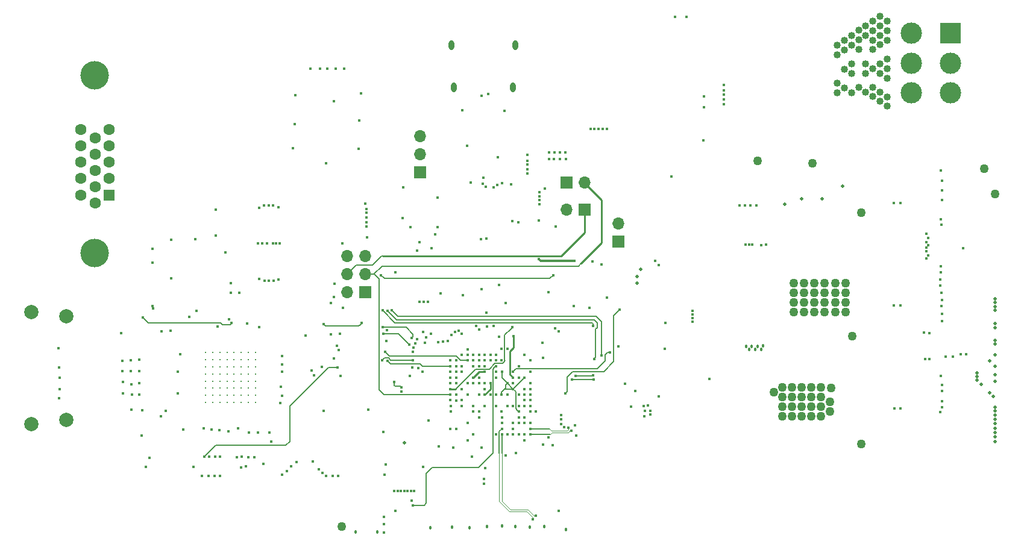
<source format=gbr>
G04 #@! TF.GenerationSoftware,KiCad,Pcbnew,(5.0.2)-1*
G04 #@! TF.CreationDate,2019-04-03T00:40:33-04:00*
G04 #@! TF.ProjectId,RASAC,52415341-432e-46b6-9963-61645f706362,rev?*
G04 #@! TF.SameCoordinates,Original*
G04 #@! TF.FileFunction,Copper,L3,Inr*
G04 #@! TF.FilePolarity,Positive*
%FSLAX46Y46*%
G04 Gerber Fmt 4.6, Leading zero omitted, Abs format (unit mm)*
G04 Created by KiCad (PCBNEW (5.0.2)-1) date 4/3/2019 12:40:33 AM*
%MOMM*%
%LPD*%
G01*
G04 APERTURE LIST*
G04 #@! TA.AperFunction,ViaPad*
%ADD10C,4.000000*%
G04 #@! TD*
G04 #@! TA.AperFunction,ViaPad*
%ADD11C,1.600000*%
G04 #@! TD*
G04 #@! TA.AperFunction,ViaPad*
%ADD12R,1.600000X1.600000*%
G04 #@! TD*
G04 #@! TA.AperFunction,ViaPad*
%ADD13O,0.800000X1.400000*%
G04 #@! TD*
G04 #@! TA.AperFunction,ViaPad*
%ADD14C,0.300000*%
G04 #@! TD*
G04 #@! TA.AperFunction,ViaPad*
%ADD15C,3.000000*%
G04 #@! TD*
G04 #@! TA.AperFunction,ViaPad*
%ADD16R,3.000000X3.000000*%
G04 #@! TD*
G04 #@! TA.AperFunction,ViaPad*
%ADD17O,1.700000X1.700000*%
G04 #@! TD*
G04 #@! TA.AperFunction,ViaPad*
%ADD18R,1.700000X1.700000*%
G04 #@! TD*
G04 #@! TA.AperFunction,ViaPad*
%ADD19C,2.000000*%
G04 #@! TD*
G04 #@! TA.AperFunction,ViaPad*
%ADD20C,0.450088*%
G04 #@! TD*
G04 #@! TA.AperFunction,ViaPad*
%ADD21C,1.270000*%
G04 #@! TD*
G04 #@! TA.AperFunction,ViaPad*
%ADD22C,0.508000*%
G04 #@! TD*
G04 #@! TA.AperFunction,ViaPad*
%ADD23C,0.457200*%
G04 #@! TD*
G04 #@! TA.AperFunction,ViaPad*
%ADD24C,1.016000*%
G04 #@! TD*
G04 #@! TA.AperFunction,Conductor*
%ADD25C,0.304800*%
G04 #@! TD*
G04 #@! TA.AperFunction,Conductor*
%ADD26C,0.254000*%
G04 #@! TD*
G04 #@! TA.AperFunction,Conductor*
%ADD27C,0.152400*%
G04 #@! TD*
G04 #@! TA.AperFunction,Conductor*
%ADD28C,0.101600*%
G04 #@! TD*
G04 #@! TA.AperFunction,Conductor*
%ADD29C,0.203200*%
G04 #@! TD*
G04 APERTURE END LIST*
D10*
G04 #@! TO.N,GND*
G04 #@! TO.C,J6*
X93448920Y-106444900D03*
X93448920Y-81444900D03*
D11*
G04 #@! TO.N,Net-(J6-Pad15)*
X91538920Y-89099900D03*
G04 #@! TO.N,Net-(J6-Pad14)*
X91538920Y-91389900D03*
G04 #@! TO.N,Net-(J6-Pad13)*
X91538920Y-93679900D03*
G04 #@! TO.N,Net-(J6-Pad12)*
X91538920Y-95969900D03*
G04 #@! TO.N,Net-(J6-Pad11)*
X91538920Y-98259900D03*
G04 #@! TO.N,GND*
X93518920Y-90244900D03*
G04 #@! TO.N,Net-(J6-Pad9)*
X93518920Y-92534900D03*
G04 #@! TO.N,GND*
X93518920Y-94824900D03*
X93518920Y-97114900D03*
X93518920Y-99404900D03*
X95498920Y-89099900D03*
G04 #@! TO.N,Net-(J6-Pad4)*
X95498920Y-91389900D03*
G04 #@! TO.N,Net-(J6-Pad3)*
X95498920Y-93679900D03*
G04 #@! TO.N,Net-(J6-Pad2)*
X95498920Y-95969900D03*
D12*
G04 #@! TO.N,Net-(J6-Pad1)*
X95498920Y-98259900D03*
G04 #@! TD*
D13*
G04 #@! TO.N,GND*
G04 #@! TO.C,J4*
X152564380Y-77210640D03*
X143584380Y-77210640D03*
X143944380Y-83160640D03*
X152204380Y-83160640D03*
G04 #@! TD*
D14*
G04 #@! TO.N,GND*
G04 #@! TO.C,J5*
X109052480Y-127429140D03*
X110052480Y-127429140D03*
X111052480Y-127429140D03*
X112052480Y-127429140D03*
X112052480Y-126429140D03*
X111052480Y-126429140D03*
X110052480Y-126429140D03*
X109052480Y-126429140D03*
X109052480Y-125429140D03*
X110052480Y-125429140D03*
X111052480Y-125429140D03*
X112052480Y-125429140D03*
X112052480Y-124429140D03*
X111052480Y-124429140D03*
X110052480Y-124429140D03*
X109052480Y-124429140D03*
X109052480Y-123429140D03*
X110052480Y-123429140D03*
X111052480Y-123429140D03*
X112052480Y-123429140D03*
X112052480Y-122429140D03*
X111052480Y-122429140D03*
X110052480Y-122429140D03*
X109052480Y-122429140D03*
X109052480Y-121429140D03*
X110052480Y-121429140D03*
X111052480Y-121429140D03*
X112052480Y-121429140D03*
X112052480Y-120429140D03*
X111052480Y-120429140D03*
X110052480Y-120429140D03*
X109052480Y-120429140D03*
X113052480Y-127429140D03*
X114052480Y-127429140D03*
X113052480Y-126429140D03*
X114052480Y-126429140D03*
X113052480Y-125429140D03*
X114052480Y-125429140D03*
X114052480Y-124429140D03*
X113052480Y-124429140D03*
X113052480Y-123429140D03*
X114052480Y-123429140D03*
X114052480Y-122429140D03*
X113052480Y-122429140D03*
X113052480Y-121429140D03*
X114052480Y-121429140D03*
X113052480Y-120429140D03*
X114052480Y-120429140D03*
X115052480Y-120429140D03*
X115052480Y-121429140D03*
X115052480Y-122429140D03*
X115052480Y-123429140D03*
X115052480Y-124429140D03*
X115052480Y-125429140D03*
X115052480Y-126429140D03*
X115052480Y-127429140D03*
X116052480Y-127429140D03*
X116052480Y-126429140D03*
X116052480Y-125429140D03*
X116052480Y-124429140D03*
X116052480Y-123429140D03*
X116052480Y-122429140D03*
X116052480Y-121429140D03*
X116052480Y-120429140D03*
G04 #@! TD*
D15*
G04 #@! TO.N,GND*
G04 #@! TO.C,J2*
X208152100Y-83919280D03*
G04 #@! TO.N,Net-(J2-Pad5)*
X208152100Y-79719280D03*
G04 #@! TO.N,GND*
X208152100Y-75519280D03*
G04 #@! TO.N,Net-(D1-Pad2)*
X213652100Y-83919280D03*
G04 #@! TO.N,Net-(J2-Pad2)*
X213652100Y-79719280D03*
D16*
G04 #@! TO.N,Net-(D1-Pad2)*
X213652100Y-75519280D03*
G04 #@! TD*
D17*
G04 #@! TO.N,GND*
G04 #@! TO.C,J3*
X128955800Y-106873040D03*
G04 #@! TO.N,VCC3V3*
X131495800Y-106873040D03*
G04 #@! TO.N,JTAG_TDO*
X128955800Y-109413040D03*
G04 #@! TO.N,JTAG_TDI*
X131495800Y-109413040D03*
G04 #@! TO.N,JTAG_TMS*
X128955800Y-111953040D03*
D18*
G04 #@! TO.N,JTAG_TCK*
X131495800Y-111953040D03*
G04 #@! TD*
D19*
G04 #@! TO.N,GND*
G04 #@! TO.C,J7*
X84594700Y-130460880D03*
X84594700Y-114760880D03*
X89494700Y-129860880D03*
X89494700Y-115360880D03*
G04 #@! TD*
D17*
G04 #@! TO.N,JTAG_TDI*
G04 #@! TO.C,J8*
X162308540Y-96545400D03*
D18*
G04 #@! TO.N,Net-(J8-Pad1)*
X159768540Y-96545400D03*
G04 #@! TD*
D17*
G04 #@! TO.N,Net-(J9-Pad2)*
G04 #@! TO.C,J9*
X159781240Y-100342700D03*
D18*
G04 #@! TO.N,JTAG_TDO*
X162321240Y-100342700D03*
G04 #@! TD*
D17*
G04 #@! TO.N,VCC5V0*
G04 #@! TO.C,J12*
X139158980Y-89966800D03*
G04 #@! TO.N,Net-(J12-Pad2)*
X139158980Y-92506800D03*
D18*
G04 #@! TO.N,USB_VBUS_1*
X139158980Y-95046800D03*
G04 #@! TD*
G04 #@! TO.N,EMCCLK*
G04 #@! TO.C,J14*
X167048180Y-104792780D03*
D17*
G04 #@! TO.N,Net-(J14-Pad2)*
X167048180Y-102252780D03*
G04 #@! TD*
D20*
G04 #@! TO.N,PCIe_CLK_P*
X153858648Y-129536390D03*
X148163280Y-138187176D03*
X158996873Y-129205686D03*
G04 #@! TO.N,PCIe_CLK_N*
X153858648Y-130336490D03*
X148163280Y-138815064D03*
X158996873Y-129833574D03*
D21*
G04 #@! TO.N,PCIe_12V*
X201168000Y-100774500D03*
X219951300Y-98105280D03*
X194284600Y-93802200D03*
X218435740Y-94589720D03*
X186588400Y-93446600D03*
D22*
X219951300Y-132892800D03*
X219951300Y-132280660D03*
X219951300Y-131658360D03*
X219951300Y-131036060D03*
X219951300Y-130395980D03*
X219951300Y-129811780D03*
X219951300Y-129209800D03*
X219951300Y-128605280D03*
X219951300Y-128117600D03*
X219673600Y-126555500D03*
X219198620Y-126080520D03*
X217420500Y-123302400D03*
X217420500Y-123302400D03*
X217420500Y-123302400D03*
X219951300Y-120771600D03*
X217420500Y-123302400D03*
X217420500Y-123302400D03*
X219951300Y-123512580D03*
X219951300Y-122359420D03*
X219951300Y-124485400D03*
X217420500Y-124302400D03*
X217420500Y-123784360D03*
X217987040Y-124868940D03*
X217987040Y-124868940D03*
X217987040Y-124868940D03*
X219951300Y-119253000D03*
X219155960Y-121566940D03*
X219951300Y-118704360D03*
X219951300Y-116908580D03*
X219951300Y-116329460D03*
X219951300Y-114477800D03*
X219951300Y-113954560D03*
X219951300Y-113398300D03*
X219951300Y-112842040D03*
D20*
X138371580Y-139852400D03*
X137906760Y-139852400D03*
X137441940Y-139852400D03*
X136972040Y-139852400D03*
X136507220Y-139852400D03*
X136039860Y-139852400D03*
X135575040Y-139852400D03*
D21*
X128153160Y-144895160D03*
D20*
G04 #@! TO.N,VCC3V3*
X143442108Y-124718010D03*
X143056028Y-118809970D03*
X154273967Y-95232348D03*
X154279047Y-94627828D03*
X154286667Y-94023308D03*
X154279047Y-93451808D03*
X154286667Y-92656788D03*
X131622800Y-100210620D03*
X131655820Y-102689660D03*
X141290040Y-103840280D03*
X145760440Y-91338400D03*
X155864560Y-101823520D03*
X155851860Y-107289600D03*
X147820380Y-111531400D03*
X144254220Y-122339100D03*
X143461740Y-127932180D03*
X144246600Y-126326900D03*
X153052780Y-123934220D03*
X153047700Y-126329440D03*
X105516680Y-120680480D03*
X105153460Y-123080780D03*
X110754160Y-116738400D03*
X116558060Y-116852700D03*
X104178100Y-110025180D03*
X105112820Y-126164340D03*
X108788200Y-131066540D03*
X126875540Y-137782300D03*
X112572800Y-110690660D03*
X112565180Y-112016540D03*
X148254720Y-120731280D03*
X150294340Y-118181120D03*
X145855108Y-119938800D03*
X127635000Y-137782300D03*
X131622800Y-102077520D03*
X131622800Y-101396800D03*
X131622800Y-100774500D03*
X138142980Y-120302020D03*
X160825180Y-107535980D03*
X162986720Y-114137440D03*
X172709840Y-108104940D03*
X172161200Y-107556300D03*
X125453140Y-137302240D03*
X124940060Y-136789160D03*
X125933200Y-137782300D03*
X168793160Y-128036320D03*
X152112753Y-101955600D03*
X152112753Y-101955600D03*
X153024840Y-102143560D03*
X105905300Y-131267200D03*
X113807240Y-112016540D03*
X163377880Y-107602020D03*
X125615700Y-128615440D03*
X111843820Y-106324400D03*
X107582300Y-104457500D03*
D21*
G04 #@! TO.N,MGTAVCC*
X199885300Y-118071900D03*
X201180700Y-133261100D03*
D20*
X154656008Y-130333950D03*
X151458348Y-126336290D03*
X151463428Y-127941370D03*
X149863328Y-127941270D03*
X148243008Y-127920950D03*
X146653168Y-127931110D03*
X145852968Y-126335990D03*
X147463328Y-124725630D03*
X146647688Y-124725630D03*
X184912000Y-105257600D03*
X185437780Y-105257600D03*
X185841640Y-105257600D03*
X187107700Y-105309800D03*
X187107700Y-105309800D03*
X187777120Y-105257600D03*
X152252680Y-124736860D03*
X177459640Y-116065300D03*
X177459640Y-115590320D03*
X177459640Y-115062000D03*
X177459640Y-114515900D03*
X148258352Y-125526800D03*
X157802580Y-133398260D03*
X161071754Y-132042094D03*
X169367200Y-125816360D03*
X146469100Y-135018780D03*
X179069780Y-85910420D03*
X179029360Y-84421980D03*
X179003200Y-90606120D03*
X176578260Y-73245980D03*
X174980600Y-73245980D03*
D23*
G04 #@! TO.N,VCC1V8*
X184950100Y-119570500D03*
X185381900Y-120012460D03*
X185790840Y-119537480D03*
X186253120Y-119999760D03*
X186618880Y-119517160D03*
X187076080Y-119946420D03*
X187325000Y-119458740D03*
D20*
X144254908Y-131134050D03*
X147452768Y-129533850D03*
X145052468Y-127931110D03*
X156444368Y-121136610D03*
X153061088Y-122327870D03*
X154656208Y-123133050D03*
X150650628Y-121537930D03*
X145049928Y-123127970D03*
X147460288Y-123938230D03*
X149847488Y-123125430D03*
X140393420Y-129943860D03*
X146657060Y-131937760D03*
X149072600Y-126329440D03*
X154658060Y-126334520D03*
X153847800Y-120723660D03*
X143852900Y-133799580D03*
X134002780Y-131594860D03*
X149983907Y-96847788D03*
X141678660Y-98656140D03*
X135691880Y-109100620D03*
X150301960Y-110916720D03*
X107777280Y-114533680D03*
X151457660Y-119931180D03*
X116367560Y-105046780D03*
X117706140Y-105046780D03*
X118513860Y-105046780D03*
X119479060Y-105046780D03*
X117002560Y-105044240D03*
X118988840Y-105044240D03*
X157312360Y-93210380D03*
X159636460Y-93207840D03*
X158805880Y-93210380D03*
X158003240Y-93210380D03*
X159588200Y-92257880D03*
X157312360Y-92257880D03*
X158048960Y-92257880D03*
X158833820Y-92257880D03*
X128234440Y-105046780D03*
X126011940Y-93842840D03*
X127043261Y-85130640D03*
G04 #@! TO.N,MGTAVTT*
X153852880Y-132735320D03*
X160924240Y-130670440D03*
X179806600Y-124104400D03*
X151460200Y-131935220D03*
X152655508Y-134517368D03*
X157238700Y-132333450D03*
X100652580Y-136512300D03*
G04 #@! TO.N,Net-(C69-Pad1)*
X150131227Y-92966668D03*
G04 #@! TO.N,Net-(C70-Pad1)*
X146311507Y-96540320D03*
G04 #@! TO.N,VCC2V5*
X172735240Y-126611380D03*
X173649640Y-116255800D03*
G04 #@! TO.N,VCC5V0*
X104106980Y-117320060D03*
X102821740Y-117429280D03*
X102778560Y-129339340D03*
X184073800Y-99720400D03*
X185607960Y-99720400D03*
X184800240Y-99720400D03*
X186425840Y-99720400D03*
X101699060Y-114244120D03*
X101585550Y-113901136D03*
X101617655Y-107792520D03*
X101627813Y-105859580D03*
G04 #@! TO.N,Net-(D3-Pad2)*
X143449728Y-125528270D03*
X152166320Y-116868956D03*
G04 #@! TO.N,Net-(D4-Pad2)*
X152255908Y-123935690D03*
X152265380Y-118101364D03*
G04 #@! TO.N,MSEN*
X112359440Y-115702080D03*
G04 #@! TO.N,PCIe_PRSNT_B*
X135712200Y-142707360D03*
X158696660Y-142707360D03*
G04 #@! TO.N,PCIe_3.3V*
X134147560Y-137612120D03*
X134139940Y-145689320D03*
X134139940Y-144559020D03*
X134139940Y-143543020D03*
G04 #@! TO.N,PCIe_WAKE_B*
X149855608Y-122332950D03*
X138160760Y-141874240D03*
G04 #@! TO.N,PCIe_PERST*
X137965180Y-141218920D03*
X149065668Y-121522690D03*
X148343620Y-136644380D03*
G04 #@! TO.N,PCIe_RX0_P*
X152255908Y-131134050D03*
G04 #@! TO.N,PCIe_RX0_N*
X152255908Y-131931610D03*
G04 #@! TO.N,PCIe_RX1_P*
X159008068Y-130461008D03*
G04 #@! TO.N,PCIe_RX1_N*
X159452052Y-130904992D03*
G04 #@! TO.N,PCIe_RX2_P*
X154653668Y-131128970D03*
X160011453Y-130991898D03*
G04 #@! TO.N,PCIe_RX2_N*
X154653668Y-131929070D03*
X160455437Y-131435882D03*
G04 #@! TO.N,PCIe_RX3_P*
X150660788Y-131131510D03*
X154977088Y-143815812D03*
G04 #@! TO.N,PCIe_RX3_N*
X155421072Y-143371828D03*
X150658248Y-131926530D03*
G04 #@! TO.N,JTAG_TDO*
X143449728Y-127128470D03*
G04 #@! TO.N,JTAG_TDI*
X143449728Y-126325830D03*
G04 #@! TO.N,JTAG_TMS*
X144254908Y-127131010D03*
X158239460Y-102692200D03*
X157867604Y-109552740D03*
X133712214Y-109533426D03*
G04 #@! TO.N,JTAG_TCK*
X152258448Y-127933650D03*
X156690060Y-97398840D03*
G04 #@! TO.N,USB_DM_1*
X148003260Y-96707960D03*
X148711558Y-84103042D03*
X147828000Y-84312760D03*
G04 #@! TO.N,USB_DP_1*
X148396960Y-97119440D03*
G04 #@! TO.N,HDMI_D1*
X119811800Y-120944640D03*
G04 #@! TO.N,HDMI_D3*
X119755920Y-122095260D03*
G04 #@! TO.N,HDMI_D5*
X119776240Y-123108720D03*
G04 #@! TO.N,HDMI_D7*
X119651780Y-125188980D03*
G04 #@! TO.N,HDMI_D9*
X119778780Y-126474220D03*
G04 #@! TO.N,HDMI_D11*
X119501920Y-127480060D03*
G04 #@! TO.N,HDMI_D13*
X116377720Y-131681220D03*
G04 #@! TO.N,HDMI_D15*
X115100100Y-131668520D03*
G04 #@! TO.N,HDMI_D17*
X113596420Y-131056380D03*
G04 #@! TO.N,HDMI_D19*
X112247680Y-131498340D03*
G04 #@! TO.N,HDMI_D21*
X111025940Y-131320540D03*
G04 #@! TO.N,HDMI_D23*
X109898180Y-131213860D03*
G04 #@! TO.N,HDMI_SCL*
X126644400Y-113474500D03*
X157182820Y-111899700D03*
G04 #@! TO.N,HDMI_SDA*
X154658748Y-124735790D03*
X128323340Y-114110516D03*
G04 #@! TO.N,HDMI_RST*
X137713720Y-123710700D03*
X128005840Y-123725940D03*
G04 #@! TO.N,HPD*
X112694720Y-116283740D03*
X100274120Y-115511580D03*
G04 #@! TO.N,HDMI_HSYNC*
X114901980Y-116372640D03*
G04 #@! TO.N,Net-(J6-Pad3)*
X163517580Y-116697760D03*
X133913880Y-114513360D03*
G04 #@! TO.N,Net-(J6-Pad2)*
X163609020Y-121307860D03*
X134594600Y-114520980D03*
G04 #@! TO.N,Net-(J6-Pad1)*
X164658040Y-120787160D03*
X135242300Y-114475260D03*
G04 #@! TO.N,Net-(J13-Pad3)*
X152255908Y-123133050D03*
X165821360Y-120378220D03*
G04 #@! TO.N,Net-(J13-Pad2)*
X144252368Y-124728170D03*
X173583600Y-119915940D03*
G04 #@! TO.N,Net-(J13-Pad1)*
X144254908Y-123933150D03*
X167055800Y-119527320D03*
G04 #@! TO.N,EMCCLK*
X148602700Y-116718080D03*
X160807594Y-113860774D03*
G04 #@! TO.N,Net-(R10-Pad2)*
X141650720Y-102814120D03*
G04 #@! TO.N,Net-(R11-Pad1)*
X131439920Y-99456240D03*
G04 #@! TO.N,Net-(R12-Pad1)*
X136761220Y-101544120D03*
G04 #@! TO.N,Net-(R13-Pad2)*
X137853420Y-102768400D03*
G04 #@! TO.N,Net-(R13-Pad1)*
X139090400Y-104942640D03*
G04 #@! TO.N,FCS_B*
X148257948Y-121527770D03*
X164632640Y-108058204D03*
G04 #@! TO.N,D01*
X148490940Y-114843560D03*
G04 #@! TO.N,D02*
X149863228Y-121525230D03*
X149506940Y-116651024D03*
X151185880Y-113449100D03*
G04 #@! TO.N,SYSCLK_N*
X147452768Y-121530310D03*
D22*
X169687240Y-110685580D03*
D20*
G04 #@! TO.N,SYSCLK_P*
X147452768Y-120735290D03*
D22*
X170134280Y-108686600D03*
D20*
G04 #@! TO.N,D03*
X149853068Y-120730210D03*
G04 #@! TO.N,D00*
X149055508Y-120730210D03*
G04 #@! TO.N,Net-(R25-Pad2)*
X145055008Y-125533350D03*
D22*
X137015220Y-133073140D03*
D20*
G04 #@! TO.N,RxD_LED*
X140779500Y-105740200D03*
G04 #@! TO.N,HDMI_R_D0*
X146657748Y-122330410D03*
X123093480Y-117995700D03*
G04 #@! TO.N,HDMI_R_D2*
X126631700Y-117843300D03*
X139628880Y-117525800D03*
G04 #@! TO.N,HDMI_R_D4*
X127510540Y-119471440D03*
X140070840Y-118290340D03*
G04 #@! TO.N,HDMI_R_D6*
X145855108Y-120735290D03*
X127767080Y-120073420D03*
G04 #@! TO.N,HDMI_R_D8*
X144257448Y-121532850D03*
X125374400Y-122389900D03*
G04 #@! TO.N,HDMI_R_D10*
X143449728Y-121525230D03*
X127091440Y-121223024D03*
G04 #@! TO.N,HDMI_R_D12*
X145051780Y-117800120D03*
X118051580Y-131655820D03*
G04 #@! TO.N,HDMI_R_D14*
X143581120Y-117924580D03*
X115872260Y-135135620D03*
G04 #@! TO.N,HDMI_R_D16*
X114145060Y-135082280D03*
X142412720Y-118905020D03*
G04 #@! TO.N,HDMI_R_D18*
X138785600Y-118534180D03*
X114729260Y-136401556D03*
G04 #@! TO.N,HDMI_R_D20*
X111066580Y-135082280D03*
X139880340Y-119021860D03*
X117177820Y-136027160D03*
G04 #@! TO.N,HDMI_R_D22*
X143454808Y-123130510D03*
X109585760Y-135061960D03*
G04 #@! TO.N,HDMI_R_CLK*
X123982480Y-122958860D03*
X138089640Y-122547380D03*
G04 #@! TO.N,HDMI_R_VSYNC*
X127904240Y-117772180D03*
X133985000Y-117787420D03*
X137680700Y-119316500D03*
G04 #@! TO.N,HDMI_R_D1*
X146657748Y-120730210D03*
X134518400Y-117307360D03*
G04 #@! TO.N,HDMI_R_D3*
X134475220Y-118831360D03*
X140723620Y-117769640D03*
G04 #@! TO.N,HDMI_R_D5*
X145862728Y-121527770D03*
X134246620Y-120327420D03*
G04 #@! TO.N,HDMI_R_D7*
X145055008Y-122332950D03*
X124305060Y-123588780D03*
G04 #@! TO.N,HDMI_R_D9*
X143452268Y-122330410D03*
X134610856Y-121571511D03*
G04 #@! TO.N,HDMI_R_D11*
X145062628Y-120725130D03*
X133868160Y-121488200D03*
X138148060Y-121513600D03*
G04 #@! TO.N,HDMI_R_D13*
X144622520Y-117386100D03*
X118287800Y-132898896D03*
G04 #@! TO.N,HDMI_R_D15*
X144063720Y-117525800D03*
X115067080Y-135100060D03*
G04 #@! TO.N,HDMI_R_D17*
X113428780Y-135094980D03*
X138272520Y-119715280D03*
G04 #@! TO.N,HDMI_R_D19*
X138501120Y-119098060D03*
X114000280Y-136547860D03*
G04 #@! TO.N,HDMI_R_D21*
X144252368Y-123127970D03*
X110411260Y-135082280D03*
G04 #@! TO.N,HDMI_R_D23*
X138887200Y-122565160D03*
X127541020Y-122483880D03*
X108902500Y-135041640D03*
G04 #@! TO.N,HDMI_R_HSYNC*
X133967220Y-116885720D03*
X137967720Y-118379240D03*
G04 #@! TO.N,HDMI_R_DE*
X143457348Y-123933150D03*
X130987800Y-116273580D03*
X125636020Y-116448840D03*
G04 #@! TO.N,Net-(R60-Pad1)*
X103416100Y-128595120D03*
G04 #@! TO.N,VGA_R3*
X154653668Y-127933650D03*
G04 #@! TO.N,VGA_G1*
X154651128Y-127128470D03*
G04 #@! TO.N,VGA_B1*
X158640780Y-117469920D03*
G04 #@! TO.N,VGA_R2*
X153858648Y-127938730D03*
G04 #@! TO.N,VGA_R4*
X153851028Y-127125930D03*
X160477200Y-124188220D03*
X163583620Y-124185680D03*
G04 #@! TO.N,VGA_G4*
X154651128Y-125530810D03*
G04 #@! TO.N,VGA_B4*
X153856108Y-125530810D03*
G04 #@! TO.N,VGA_VS*
X147457848Y-122332950D03*
X127134620Y-110718600D03*
G04 #@! TO.N,VGA_HS*
X127114300Y-112636300D03*
X147448704Y-117149880D03*
X142031720Y-112102900D03*
G04 #@! TO.N,TxD_LED*
X138780520Y-106090720D03*
G04 #@! TO.N,CCLK*
X153058548Y-127936190D03*
X159594804Y-126156046D03*
X167182800Y-114399060D03*
G04 #@! TO.N,VGA_R1*
X153863728Y-126341070D03*
X161046160Y-123736100D03*
X163509960Y-123629420D03*
G04 #@! TO.N,TTL_DSR1*
X135569960Y-124531120D03*
X136563100Y-125293120D03*
G04 #@! TO.N,TTL_RI1*
X148260488Y-122330410D03*
X145204180Y-112387889D03*
G04 #@! TO.N,GND*
X171521120Y-129082800D03*
X155935680Y-97909380D03*
X155961080Y-98465640D03*
X155973780Y-99009200D03*
X155973780Y-99568000D03*
D21*
X191643000Y-110629700D03*
X193090800Y-110629700D03*
X194564000Y-110629700D03*
X196011800Y-110629700D03*
X198958200Y-110629700D03*
X197510400Y-110629700D03*
X191643000Y-112001300D03*
X198958200Y-112001300D03*
X193090800Y-112001300D03*
X196011800Y-112001300D03*
X197510400Y-112001300D03*
X194564000Y-112001300D03*
X191643000Y-113334800D03*
X198958200Y-113334800D03*
X193090800Y-113334800D03*
X193090800Y-114706400D03*
X197510400Y-114706400D03*
X196011800Y-113334800D03*
X197510400Y-113334800D03*
X194564000Y-114706400D03*
X196011800Y-114706400D03*
X194564000Y-113334800D03*
X191643000Y-114706400D03*
X198958200Y-114706400D03*
X190080900Y-125310900D03*
X191439800Y-125298200D03*
X192798700Y-125298200D03*
X194144900Y-125298200D03*
X195478400Y-125285500D03*
X196900800Y-125399800D03*
X190080900Y-126657100D03*
X191439800Y-126657100D03*
X192786000Y-126657100D03*
X194144900Y-126657100D03*
X195491100Y-126657100D03*
X190080900Y-128003300D03*
X191439800Y-128003300D03*
X192786000Y-128003300D03*
X194144900Y-128003300D03*
X195491100Y-128003300D03*
X196761100Y-127317500D03*
X190080900Y-129362200D03*
X191439800Y-129362200D03*
X192786000Y-129362200D03*
X194144900Y-129362200D03*
X195491100Y-129362200D03*
X196748400Y-128727200D03*
X188899800Y-125958600D03*
D24*
X204774800Y-81876900D03*
X204774800Y-80518000D03*
X204774800Y-79197200D03*
X204787500Y-75171300D03*
X204787500Y-73850500D03*
X204787500Y-76530200D03*
X204774800Y-84480400D03*
X204774800Y-85801200D03*
X203784200Y-85102700D03*
X203796900Y-73152000D03*
X203796900Y-74472800D03*
X203796900Y-75831700D03*
X203796900Y-77152500D03*
X203784200Y-83781900D03*
X203784200Y-79819500D03*
X203784200Y-81178400D03*
X202780900Y-83172300D03*
X202780900Y-80492600D03*
X202793600Y-75145900D03*
X202793600Y-76504800D03*
X202793600Y-73825100D03*
X202780900Y-84455000D03*
X202793600Y-77825600D03*
X201764900Y-83781900D03*
X201777600Y-74472800D03*
X201764900Y-81178400D03*
X201777600Y-75831700D03*
X201764900Y-79819500D03*
X200812400Y-75133200D03*
X200812400Y-76492100D03*
X200812400Y-77812900D03*
X200799700Y-83159600D03*
X199809100Y-77203300D03*
X199796400Y-79870300D03*
X199796400Y-81191100D03*
X199809100Y-75844400D03*
X199796400Y-83870800D03*
X198793100Y-80581500D03*
X198793100Y-83261200D03*
X198805800Y-76555600D03*
X198805800Y-77914500D03*
X197751700Y-82562700D03*
X197751700Y-83921600D03*
X197764400Y-77216000D03*
X197764400Y-78574900D03*
D20*
X143459888Y-128723590D03*
X155458848Y-128730110D03*
X154651128Y-128737830D03*
X153056008Y-128733750D03*
X153856108Y-131934150D03*
X153058548Y-131926530D03*
X153043308Y-129510990D03*
X153043308Y-130331410D03*
X152257548Y-130331410D03*
X148257948Y-123131010D03*
X146657748Y-123938230D03*
X145847488Y-124725630D03*
X148255408Y-126333450D03*
X147455308Y-126333450D03*
X149865768Y-131944310D03*
X150658248Y-130330710D03*
X150660788Y-129528170D03*
X150650128Y-128738830D03*
X145852568Y-130336490D03*
X147467908Y-128721050D03*
X146643108Y-128721050D03*
X145050528Y-127128470D03*
X154658748Y-121530310D03*
X156345308Y-119043650D03*
X153853568Y-123935690D03*
X141707288Y-118985230D03*
X149847988Y-123925930D03*
X149055508Y-124733450D03*
X148263028Y-124725930D03*
X152260988Y-125527970D03*
X150650428Y-126328370D03*
X149852968Y-126335990D03*
X156479928Y-133333690D03*
X141823440Y-133565900D03*
X143456660Y-131132580D03*
D23*
X133151880Y-145653760D03*
X130152140Y-145635980D03*
X148587460Y-144846040D03*
X150670260Y-144802860D03*
X152580340Y-144861280D03*
X154622500Y-144912080D03*
X156641800Y-144879060D03*
X159712660Y-145282920D03*
X140594080Y-145011140D03*
X143642080Y-144967960D03*
X146146520Y-145059400D03*
D20*
X131864600Y-128409700D03*
X181889400Y-82791300D03*
X148107400Y-95839280D03*
X151975820Y-96735900D03*
X150713440Y-96634300D03*
X149484080Y-97195640D03*
X131724400Y-104208580D03*
X139684760Y-113281460D03*
X139103100Y-113281460D03*
X140281660Y-113263680D03*
X136776460Y-97162620D03*
X97340420Y-121546620D03*
X98516440Y-121511060D03*
X99738180Y-121432320D03*
X97360740Y-123052840D03*
X98516440Y-123022360D03*
X99738180Y-123029980D03*
X97403920Y-124548900D03*
X98610420Y-124856240D03*
X99740720Y-124747020D03*
X97411540Y-126192280D03*
X98696780Y-126311660D03*
X99715320Y-126286260D03*
X97200720Y-117703600D03*
X88572340Y-123954540D03*
X88549480Y-125534420D03*
X88506300Y-126852680D03*
X88425020Y-122491500D03*
X88358980Y-119844820D03*
X98645980Y-128460500D03*
X100157280Y-128498600D03*
X106791760Y-115404900D03*
X147858480Y-133758940D03*
X158163260Y-117005100D03*
X136547860Y-125872240D03*
X139501880Y-123123960D03*
X147060920Y-116651024D03*
X150652480Y-119931180D03*
X146646900Y-121533920D03*
X151185880Y-134912100D03*
X145846800Y-132735320D03*
X165397180Y-112717580D03*
X168008300Y-124833380D03*
D22*
X195658740Y-98787200D03*
X192808860Y-98787200D03*
X190436500Y-99549200D03*
X198501000Y-97034600D03*
X169689780Y-109707680D03*
D20*
X117241320Y-99763580D03*
X118498620Y-99763580D03*
X117904260Y-99763580D03*
X116551960Y-100042980D03*
X119293640Y-100024180D03*
X116561578Y-110093760D03*
X119246440Y-110131860D03*
X117937280Y-110317280D03*
X117302280Y-110317280D03*
X118574820Y-110317280D03*
X174525940Y-95694500D03*
X148508720Y-104437180D03*
X147718780Y-104480360D03*
X100047140Y-132090160D03*
X101125020Y-135224520D03*
X181889400Y-83540600D03*
X164251640Y-89016840D03*
X164848540Y-89016840D03*
X165426520Y-89016840D03*
X163687760Y-89016840D03*
X163119940Y-89016840D03*
X134393940Y-136108440D03*
X139631420Y-136525000D03*
X181889400Y-84193380D03*
X181889400Y-84838540D03*
X181889400Y-85534500D03*
X121285000Y-91658440D03*
X121533920Y-88285320D03*
X123787500Y-80538320D03*
X125115320Y-80538320D03*
X127355600Y-80538320D03*
X128551340Y-80538320D03*
X126184660Y-80538320D03*
X121678700Y-84234020D03*
X130898900Y-83969860D03*
X130670300Y-87762080D03*
X130540760Y-91762580D03*
X150655020Y-123110244D03*
X151465280Y-124724160D03*
X104198420Y-104594060D03*
X110495080Y-103941880D03*
X110477300Y-100332540D03*
X151038560Y-86436200D03*
X145143220Y-86395560D03*
X215097360Y-120665240D03*
X215869520Y-120690640D03*
X213989920Y-120995440D03*
X213032340Y-120985280D03*
X210114220Y-121315480D03*
X210759040Y-121328180D03*
X210723480Y-117668040D03*
X209974180Y-117607080D03*
X212519260Y-124973080D03*
X212331300Y-123738640D03*
X206659480Y-128249680D03*
X205854300Y-128270000D03*
X212463380Y-128137920D03*
X212498940Y-125854460D03*
X212257640Y-128793240D03*
X212481160Y-127276860D03*
X212529420Y-115963700D03*
X212529420Y-114975640D03*
X212432900Y-113863120D03*
X210312000Y-103687880D03*
X210563460Y-104315260D03*
X210312000Y-104904540D03*
X210563460Y-105343960D03*
X210312000Y-105679240D03*
X210312000Y-106205020D03*
X210563460Y-106728260D03*
X210312000Y-107149900D03*
X212305900Y-108303060D03*
X212369400Y-109143800D03*
X212285580Y-110129320D03*
X212285580Y-110987840D03*
X212389720Y-112016540D03*
X212493860Y-113004600D03*
X206702660Y-113822480D03*
X205737460Y-113822480D03*
X206639160Y-99372420D03*
X205724760Y-99430840D03*
X212341460Y-94792800D03*
X212519180Y-96271080D03*
X212519260Y-97660460D03*
X212519260Y-99016820D03*
X212310980Y-101706680D03*
X212458300Y-102415340D03*
X215473280Y-105783380D03*
X170591480Y-127909320D03*
X171223940Y-127825500D03*
X170802300Y-128617980D03*
X171566840Y-128592980D03*
X170644820Y-129405380D03*
X111074200Y-137789920D03*
X110274100Y-137789920D03*
X109504480Y-137789920D03*
X107309400Y-136525000D03*
X108574320Y-137789920D03*
X119804180Y-137586720D03*
X120502680Y-137078720D03*
X121097040Y-136423400D03*
X121795540Y-135770620D03*
X124104400Y-135696960D03*
G04 #@! TD*
D25*
G04 #@! TO.N,VCC3V3*
X156098240Y-107535980D02*
X156189680Y-107535980D01*
X155851860Y-107289600D02*
X156098240Y-107535980D01*
X156189680Y-107535980D02*
X160825180Y-107535980D01*
D26*
G04 #@! TO.N,Net-(D3-Pad2)*
X143449728Y-125528270D02*
X144217190Y-125528270D01*
D27*
X151941277Y-117093999D02*
X152166320Y-116868956D01*
X151063960Y-117971316D02*
X151941277Y-117093999D01*
X151063960Y-121513490D02*
X151063960Y-117971316D01*
X144217190Y-125528270D02*
X146991895Y-122753565D01*
X146991895Y-122753565D02*
X148891815Y-122753565D01*
X148891815Y-122753565D02*
X149689875Y-121955505D01*
X149689875Y-121955505D02*
X150804825Y-121955505D01*
X150804825Y-121955505D02*
X151155400Y-121604930D01*
X151155400Y-121604930D02*
X151063960Y-121513490D01*
D26*
G04 #@! TO.N,Net-(D4-Pad2)*
X152255908Y-123935690D02*
X151759920Y-123439702D01*
X152265380Y-119757264D02*
X152265380Y-118101364D01*
X151759920Y-123439702D02*
X151759920Y-120262724D01*
X151759920Y-120262724D02*
X152265380Y-119757264D01*
D27*
G04 #@! TO.N,PCIe_WAKE_B*
X138160760Y-141874240D02*
X139768580Y-141874240D01*
X139768580Y-141874240D02*
X140065760Y-141577060D01*
X140065760Y-141577060D02*
X140065760Y-137429240D01*
X140065760Y-137429240D02*
X140914120Y-136580880D01*
X140914120Y-136580880D02*
X147375880Y-136580880D01*
X149630565Y-122557993D02*
X149855608Y-122332950D01*
X149450045Y-122738513D02*
X149630565Y-122557993D01*
X149450045Y-134506715D02*
X149450045Y-122738513D01*
X147375880Y-136580880D02*
X149450045Y-134506715D01*
G04 #@! TO.N,PCIe_RX2_P*
X154653668Y-131128970D02*
X157384950Y-131128970D01*
D28*
X160011453Y-131238316D02*
X159863189Y-131386580D01*
X160011453Y-130991898D02*
X160011453Y-131238316D01*
X157642560Y-131386580D02*
X157384950Y-131128970D01*
X159863189Y-131386580D02*
X157642560Y-131386580D01*
D27*
G04 #@! TO.N,PCIe_RX2_N*
X154653668Y-131929070D02*
X157428130Y-131929070D01*
D28*
X160209019Y-131435882D02*
X159978921Y-131665980D01*
X159978921Y-131665980D02*
X157691220Y-131665980D01*
X157691220Y-131665980D02*
X157428130Y-131929070D01*
X160209019Y-131435882D02*
X160455437Y-131435882D01*
G04 #@! TO.N,PCIe_RX3_P*
X154977088Y-143569394D02*
X154196334Y-142788640D01*
X154977088Y-143815812D02*
X154977088Y-143569394D01*
X154196334Y-142788640D02*
X151750314Y-142788640D01*
D27*
X150660788Y-131131510D02*
X150263860Y-131528438D01*
X150263860Y-131528438D02*
X150263860Y-134505700D01*
D28*
X150263860Y-141302186D02*
X150263860Y-134505700D01*
X151750314Y-142788640D02*
X150263860Y-141302186D01*
G04 #@! TO.N,PCIe_RX3_N*
X155421072Y-143371828D02*
X155174654Y-143371828D01*
X155174654Y-143371828D02*
X154312066Y-142509240D01*
X154312066Y-142509240D02*
X151866046Y-142509240D01*
D27*
X150658248Y-131926530D02*
X150658248Y-134508928D01*
D28*
X151866046Y-142509240D02*
X150658248Y-141301442D01*
X150658248Y-141301442D02*
X150658248Y-134508928D01*
D26*
G04 #@! TO.N,JTAG_TDO*
X133910325Y-106861355D02*
X159002985Y-106861355D01*
X159002985Y-106861355D02*
X162298380Y-103565960D01*
X162298380Y-103565960D02*
X162298380Y-100345240D01*
D29*
X133910325Y-106861355D02*
X133742685Y-106861355D01*
X133742685Y-106861355D02*
X132481320Y-108122720D01*
X132481320Y-108122720D02*
X130167380Y-108122720D01*
X130167380Y-108122720D02*
X128823720Y-109466380D01*
D27*
G04 #@! TO.N,JTAG_TDI*
X143449728Y-126325830D02*
X140693828Y-126325830D01*
D26*
X164675820Y-104985820D02*
X164675820Y-98971100D01*
X164675820Y-98971100D02*
X162278060Y-96573340D01*
D29*
X132697881Y-109413040D02*
X133858661Y-108252260D01*
X131495800Y-109413040D02*
X132697881Y-109413040D01*
X161409380Y-108252260D02*
X161790380Y-107871260D01*
X133858661Y-108252260D02*
X161409380Y-108252260D01*
D26*
X161790380Y-107871260D02*
X164675820Y-104985820D01*
D29*
X132697881Y-109413040D02*
X132737860Y-109413040D01*
X132737860Y-109413040D02*
X133428740Y-110103920D01*
X133428740Y-110103920D02*
X133428740Y-125686820D01*
X134067750Y-126325830D02*
X133428740Y-125686820D01*
X140693828Y-126325830D02*
X134067750Y-126325830D01*
G04 #@! TO.N,JTAG_TMS*
X157867604Y-109552740D02*
X157420564Y-109999780D01*
X157420564Y-109999780D02*
X134178568Y-109999780D01*
X134178568Y-109999780D02*
X133712214Y-109533426D01*
G04 #@! TO.N,HPD*
X112469677Y-116508783D02*
X111426243Y-116508783D01*
X112694720Y-116283740D02*
X112469677Y-116508783D01*
X111426243Y-116508783D02*
X111170720Y-116253260D01*
X111170720Y-116253260D02*
X101015800Y-116253260D01*
X101015800Y-116253260D02*
X100274120Y-115511580D01*
G04 #@! TO.N,Net-(J6-Pad3)*
X163517580Y-116379500D02*
X163386260Y-116248180D01*
X163517580Y-116697760D02*
X163517580Y-116379500D01*
X163386260Y-116248180D02*
X135648700Y-116248180D01*
X135648700Y-116248180D02*
X133913880Y-114513360D01*
G04 #@! TO.N,Net-(J6-Pad2)*
X163834063Y-121082817D02*
X163834063Y-117237257D01*
X163609020Y-121307860D02*
X163834063Y-121082817D01*
X163834063Y-117237257D02*
X163834063Y-117112797D01*
X163834063Y-117112797D02*
X164050980Y-116895880D01*
X164050980Y-116895880D02*
X164050980Y-116240560D01*
X164050980Y-116240560D02*
X163609020Y-115798600D01*
X163609020Y-115798600D02*
X135884920Y-115798600D01*
X135884920Y-115798600D02*
X135872220Y-115798600D01*
X135872220Y-115798600D02*
X134594600Y-114520980D01*
G04 #@! TO.N,Net-(J6-Pad1)*
X164658040Y-120787160D02*
X164658040Y-116052600D01*
X164658040Y-116052600D02*
X163906200Y-115300760D01*
X163906200Y-115300760D02*
X136067800Y-115300760D01*
X136067800Y-115300760D02*
X135242300Y-114475260D01*
D27*
G04 #@! TO.N,Net-(J13-Pad3)*
X165503100Y-120378220D02*
X165160960Y-120720360D01*
X165821360Y-120378220D02*
X165503100Y-120378220D01*
X165160960Y-120720360D02*
X165160960Y-121620280D01*
X165160960Y-121620280D02*
X164053520Y-122727720D01*
X152661238Y-122727720D02*
X152255908Y-123133050D01*
X164053520Y-122727720D02*
X152661238Y-122727720D01*
D29*
G04 #@! TO.N,HDMI_R_VSYNC*
X133985000Y-117787420D02*
X136057640Y-117787420D01*
D27*
X136057640Y-117787420D02*
X136151620Y-117787420D01*
X136151620Y-117787420D02*
X137680700Y-119316500D01*
D29*
G04 #@! TO.N,HDMI_R_D5*
X134246620Y-120327420D02*
X134846060Y-120926860D01*
X145544468Y-121527770D02*
X145862728Y-121527770D01*
X144848580Y-121527770D02*
X145544468Y-121527770D01*
X144247670Y-120926860D02*
X144848580Y-121527770D01*
X134846060Y-120926860D02*
X144247670Y-120926860D01*
D27*
G04 #@! TO.N,HDMI_R_D9*
X143452268Y-122330410D02*
X139518190Y-122330410D01*
X139518190Y-122330410D02*
X139201760Y-122013980D01*
X139201760Y-122013980D02*
X135112760Y-122013980D01*
X135112760Y-122013980D02*
X135053325Y-122013980D01*
X135053325Y-122013980D02*
X134610856Y-121571511D01*
G04 #@! TO.N,HDMI_R_D11*
X134162294Y-121194066D02*
X134775446Y-121194066D01*
X133868160Y-121488200D02*
X134162294Y-121194066D01*
X134775446Y-121194066D02*
X135069580Y-121488200D01*
X135069580Y-121488200D02*
X138122660Y-121488200D01*
X138122660Y-121488200D02*
X138148060Y-121513600D01*
D29*
G04 #@! TO.N,HDMI_R_D23*
X110477300Y-133466840D02*
X108902500Y-135041640D01*
X120334352Y-133466840D02*
X110477300Y-133466840D01*
X120855740Y-132945452D02*
X120334352Y-133466840D01*
X120855740Y-127975360D02*
X120855740Y-132945452D01*
X127541020Y-122483880D02*
X126347220Y-122483880D01*
X126347220Y-122483880D02*
X120855740Y-127975360D01*
G04 #@! TO.N,HDMI_R_HSYNC*
X133967220Y-116885720D02*
X137238740Y-116885720D01*
X137238740Y-116885720D02*
X138183620Y-117830600D01*
X138183620Y-117830600D02*
X138183620Y-118163340D01*
X138183620Y-118163340D02*
X137967720Y-118379240D01*
G04 #@! TO.N,HDMI_R_DE*
X130762757Y-116498623D02*
X130987800Y-116273580D01*
X130587497Y-116673883D02*
X130762757Y-116498623D01*
X125861063Y-116673883D02*
X130587497Y-116673883D01*
X125636020Y-116448840D02*
X125861063Y-116673883D01*
G04 #@! TO.N,VGA_R4*
X160477200Y-124188220D02*
X163581080Y-124188220D01*
X163581080Y-124188220D02*
X163583620Y-124185680D01*
D27*
G04 #@! TO.N,CCLK*
X159819847Y-125931003D02*
X159819847Y-123837193D01*
X159594804Y-126156046D02*
X159819847Y-125931003D01*
X159819847Y-123837193D02*
X160576260Y-123080780D01*
X160576260Y-123080780D02*
X164975540Y-123080780D01*
X164975540Y-123080780D02*
X166362380Y-121693940D01*
X166362380Y-121693940D02*
X166362380Y-115219480D01*
X166362380Y-115219480D02*
X167182800Y-114399060D01*
D29*
G04 #@! TO.N,VGA_R1*
X161046160Y-123736100D02*
X163403280Y-123736100D01*
X163403280Y-123736100D02*
X163509960Y-123629420D01*
G04 #@! TO.N,TTL_DSR1*
X135569960Y-124531120D02*
X135569960Y-124775976D01*
D27*
X135569960Y-124775976D02*
X135569960Y-125061980D01*
X135569960Y-125061980D02*
X135669020Y-125161040D01*
X135669020Y-125161040D02*
X136431020Y-125161040D01*
X136431020Y-125161040D02*
X136563100Y-125293120D01*
G04 #@! TO.N,GND*
X151465280Y-124732262D02*
X152260988Y-125527970D01*
X151465280Y-124724160D02*
X151465280Y-124732262D01*
X150650428Y-126328370D02*
X150650428Y-125973352D01*
X151095810Y-125527970D02*
X152260988Y-125527970D01*
X151240237Y-125383543D02*
X150992840Y-125630940D01*
X151240237Y-124949203D02*
X151240237Y-125383543D01*
X151465280Y-124724160D02*
X151240237Y-124949203D01*
X150650428Y-125973352D02*
X150992840Y-125630940D01*
X150992840Y-125630940D02*
X151095810Y-125527970D01*
X153853268Y-123935690D02*
X153853568Y-123935690D01*
X152260988Y-125527970D02*
X153853268Y-123935690D01*
X152830965Y-128508707D02*
X153056008Y-128733750D01*
X152635893Y-128313635D02*
X152830965Y-128508707D01*
X152635893Y-125902875D02*
X152635893Y-128313635D01*
X152260988Y-125527970D02*
X152635893Y-125902875D01*
X150655020Y-123913900D02*
X151465280Y-124724160D01*
X150655020Y-123110244D02*
X150655020Y-123913900D01*
D26*
X147464968Y-123131010D02*
X148257948Y-123131010D01*
X146657748Y-123938230D02*
X147464968Y-123131010D01*
X149055508Y-125533350D02*
X149055508Y-124733450D01*
X148255408Y-126333450D02*
X149055508Y-125533350D01*
G04 #@! TD*
M02*

</source>
